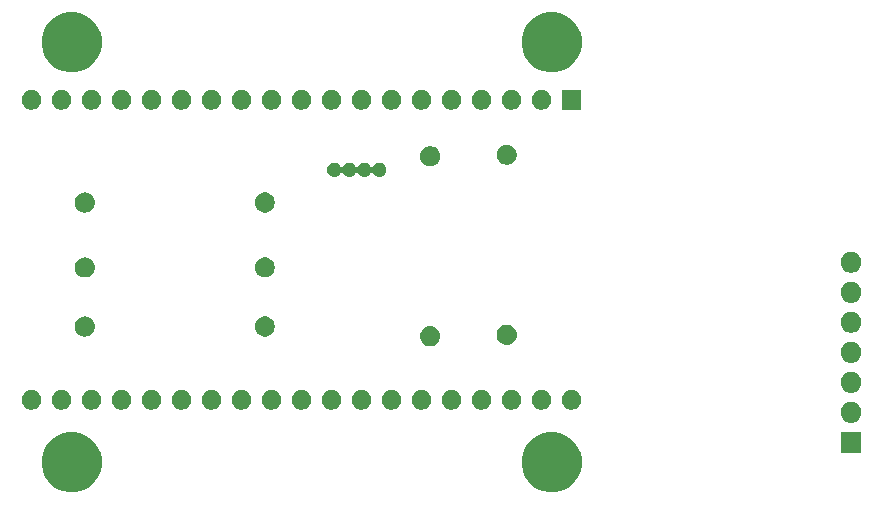
<source format=gbr>
G04 #@! TF.GenerationSoftware,KiCad,Pcbnew,(5.1.0)-1*
G04 #@! TF.CreationDate,2020-10-21T08:33:28+02:00*
G04 #@! TF.ProjectId,phyphox_CO2_Monitor,70687970-686f-4785-9f43-4f325f4d6f6e,rev?*
G04 #@! TF.SameCoordinates,Original*
G04 #@! TF.FileFunction,Soldermask,Top*
G04 #@! TF.FilePolarity,Negative*
%FSLAX46Y46*%
G04 Gerber Fmt 4.6, Leading zero omitted, Abs format (unit mm)*
G04 Created by KiCad (PCBNEW (5.1.0)-1) date 2020-10-21 08:33:28*
%MOMM*%
%LPD*%
G04 APERTURE LIST*
%ADD10C,0.100000*%
G04 APERTURE END LIST*
D10*
G36*
X18828898Y-15530233D02*
G01*
X19293150Y-15722532D01*
X19293152Y-15722533D01*
X19710968Y-16001709D01*
X20066291Y-16357032D01*
X20345467Y-16774848D01*
X20345468Y-16774850D01*
X20537767Y-17239102D01*
X20635800Y-17731947D01*
X20635800Y-18234453D01*
X20537767Y-18727298D01*
X20345468Y-19191550D01*
X20345467Y-19191552D01*
X20066291Y-19609368D01*
X19710968Y-19964691D01*
X19293152Y-20243867D01*
X19293151Y-20243868D01*
X19293150Y-20243868D01*
X18828898Y-20436167D01*
X18336053Y-20534200D01*
X17833547Y-20534200D01*
X17340702Y-20436167D01*
X16876450Y-20243868D01*
X16876449Y-20243868D01*
X16876448Y-20243867D01*
X16458632Y-19964691D01*
X16103309Y-19609368D01*
X15824133Y-19191552D01*
X15824132Y-19191550D01*
X15631833Y-18727298D01*
X15533800Y-18234453D01*
X15533800Y-17731947D01*
X15631833Y-17239102D01*
X15824132Y-16774850D01*
X15824133Y-16774848D01*
X16103309Y-16357032D01*
X16458632Y-16001709D01*
X16876448Y-15722533D01*
X16876450Y-15722532D01*
X17340702Y-15530233D01*
X17833547Y-15432200D01*
X18336053Y-15432200D01*
X18828898Y-15530233D01*
X18828898Y-15530233D01*
G37*
G36*
X-21811102Y-15530233D02*
G01*
X-21346850Y-15722532D01*
X-21346848Y-15722533D01*
X-20929032Y-16001709D01*
X-20573709Y-16357032D01*
X-20294533Y-16774848D01*
X-20294532Y-16774850D01*
X-20102233Y-17239102D01*
X-20004200Y-17731947D01*
X-20004200Y-18234453D01*
X-20102233Y-18727298D01*
X-20294532Y-19191550D01*
X-20294533Y-19191552D01*
X-20573709Y-19609368D01*
X-20929032Y-19964691D01*
X-21346848Y-20243867D01*
X-21346849Y-20243868D01*
X-21346850Y-20243868D01*
X-21811102Y-20436167D01*
X-22303947Y-20534200D01*
X-22806453Y-20534200D01*
X-23299298Y-20436167D01*
X-23763550Y-20243868D01*
X-23763551Y-20243868D01*
X-23763552Y-20243867D01*
X-24181368Y-19964691D01*
X-24536691Y-19609368D01*
X-24815867Y-19191552D01*
X-24815868Y-19191550D01*
X-25008167Y-18727298D01*
X-25106200Y-18234453D01*
X-25106200Y-17731947D01*
X-25008167Y-17239102D01*
X-24815868Y-16774850D01*
X-24815867Y-16774848D01*
X-24536691Y-16357032D01*
X-24181368Y-16001709D01*
X-23763552Y-15722533D01*
X-23763550Y-15722532D01*
X-23299298Y-15530233D01*
X-22806453Y-15432200D01*
X-22303947Y-15432200D01*
X-21811102Y-15530233D01*
X-21811102Y-15530233D01*
G37*
G36*
X44300800Y-17179200D02*
G01*
X42548800Y-17179200D01*
X42548800Y-15427200D01*
X44300800Y-15427200D01*
X44300800Y-17179200D01*
X44300800Y-17179200D01*
G37*
G36*
X43680320Y-12920864D02*
G01*
X43839742Y-12986899D01*
X43983218Y-13082766D01*
X44105234Y-13204782D01*
X44201101Y-13348258D01*
X44267136Y-13507680D01*
X44300800Y-13676921D01*
X44300800Y-13849479D01*
X44267136Y-14018720D01*
X44201101Y-14178142D01*
X44105234Y-14321618D01*
X43983218Y-14443634D01*
X43839742Y-14539501D01*
X43680320Y-14605536D01*
X43595699Y-14622368D01*
X43511080Y-14639200D01*
X43338520Y-14639200D01*
X43253901Y-14622368D01*
X43169280Y-14605536D01*
X43009858Y-14539501D01*
X42866382Y-14443634D01*
X42744366Y-14321618D01*
X42648499Y-14178142D01*
X42582464Y-14018720D01*
X42548800Y-13849479D01*
X42548800Y-13676921D01*
X42582464Y-13507680D01*
X42648499Y-13348258D01*
X42744366Y-13204782D01*
X42866382Y-13082766D01*
X43009858Y-12986899D01*
X43169280Y-12920864D01*
X43338520Y-12887200D01*
X43511080Y-12887200D01*
X43680320Y-12920864D01*
X43680320Y-12920864D01*
G37*
G36*
X-5397606Y-11900934D02*
G01*
X-5246376Y-11963576D01*
X-5246374Y-11963577D01*
X-5110268Y-12054520D01*
X-4994520Y-12170268D01*
X-4903577Y-12306374D01*
X-4903576Y-12306376D01*
X-4840934Y-12457606D01*
X-4809000Y-12618152D01*
X-4809000Y-12781848D01*
X-4840934Y-12942394D01*
X-4903576Y-13093624D01*
X-4903577Y-13093626D01*
X-4994520Y-13229732D01*
X-5110268Y-13345480D01*
X-5246374Y-13436423D01*
X-5246375Y-13436424D01*
X-5246376Y-13436424D01*
X-5397606Y-13499066D01*
X-5558152Y-13531000D01*
X-5721848Y-13531000D01*
X-5882394Y-13499066D01*
X-6033624Y-13436424D01*
X-6033625Y-13436424D01*
X-6033626Y-13436423D01*
X-6169732Y-13345480D01*
X-6285480Y-13229732D01*
X-6376423Y-13093626D01*
X-6376424Y-13093624D01*
X-6439066Y-12942394D01*
X-6471000Y-12781848D01*
X-6471000Y-12618152D01*
X-6439066Y-12457606D01*
X-6376424Y-12306376D01*
X-6376423Y-12306374D01*
X-6285480Y-12170268D01*
X-6169732Y-12054520D01*
X-6033626Y-11963577D01*
X-6033624Y-11963576D01*
X-5882394Y-11900934D01*
X-5721848Y-11869000D01*
X-5558152Y-11869000D01*
X-5397606Y-11900934D01*
X-5397606Y-11900934D01*
G37*
G36*
X4762394Y-11900934D02*
G01*
X4913624Y-11963576D01*
X4913626Y-11963577D01*
X5049732Y-12054520D01*
X5165480Y-12170268D01*
X5256423Y-12306374D01*
X5256424Y-12306376D01*
X5319066Y-12457606D01*
X5351000Y-12618152D01*
X5351000Y-12781848D01*
X5319066Y-12942394D01*
X5256424Y-13093624D01*
X5256423Y-13093626D01*
X5165480Y-13229732D01*
X5049732Y-13345480D01*
X4913626Y-13436423D01*
X4913625Y-13436424D01*
X4913624Y-13436424D01*
X4762394Y-13499066D01*
X4601848Y-13531000D01*
X4438152Y-13531000D01*
X4277606Y-13499066D01*
X4126376Y-13436424D01*
X4126375Y-13436424D01*
X4126374Y-13436423D01*
X3990268Y-13345480D01*
X3874520Y-13229732D01*
X3783577Y-13093626D01*
X3783576Y-13093624D01*
X3720934Y-12942394D01*
X3689000Y-12781848D01*
X3689000Y-12618152D01*
X3720934Y-12457606D01*
X3783576Y-12306376D01*
X3783577Y-12306374D01*
X3874520Y-12170268D01*
X3990268Y-12054520D01*
X4126374Y-11963577D01*
X4126376Y-11963576D01*
X4277606Y-11900934D01*
X4438152Y-11869000D01*
X4601848Y-11869000D01*
X4762394Y-11900934D01*
X4762394Y-11900934D01*
G37*
G36*
X2222394Y-11900934D02*
G01*
X2373624Y-11963576D01*
X2373626Y-11963577D01*
X2509732Y-12054520D01*
X2625480Y-12170268D01*
X2716423Y-12306374D01*
X2716424Y-12306376D01*
X2779066Y-12457606D01*
X2811000Y-12618152D01*
X2811000Y-12781848D01*
X2779066Y-12942394D01*
X2716424Y-13093624D01*
X2716423Y-13093626D01*
X2625480Y-13229732D01*
X2509732Y-13345480D01*
X2373626Y-13436423D01*
X2373625Y-13436424D01*
X2373624Y-13436424D01*
X2222394Y-13499066D01*
X2061848Y-13531000D01*
X1898152Y-13531000D01*
X1737606Y-13499066D01*
X1586376Y-13436424D01*
X1586375Y-13436424D01*
X1586374Y-13436423D01*
X1450268Y-13345480D01*
X1334520Y-13229732D01*
X1243577Y-13093626D01*
X1243576Y-13093624D01*
X1180934Y-12942394D01*
X1149000Y-12781848D01*
X1149000Y-12618152D01*
X1180934Y-12457606D01*
X1243576Y-12306376D01*
X1243577Y-12306374D01*
X1334520Y-12170268D01*
X1450268Y-12054520D01*
X1586374Y-11963577D01*
X1586376Y-11963576D01*
X1737606Y-11900934D01*
X1898152Y-11869000D01*
X2061848Y-11869000D01*
X2222394Y-11900934D01*
X2222394Y-11900934D01*
G37*
G36*
X-317606Y-11900934D02*
G01*
X-166376Y-11963576D01*
X-166374Y-11963577D01*
X-30268Y-12054520D01*
X85480Y-12170268D01*
X176423Y-12306374D01*
X176424Y-12306376D01*
X239066Y-12457606D01*
X271000Y-12618152D01*
X271000Y-12781848D01*
X239066Y-12942394D01*
X176424Y-13093624D01*
X176423Y-13093626D01*
X85480Y-13229732D01*
X-30268Y-13345480D01*
X-166374Y-13436423D01*
X-166375Y-13436424D01*
X-166376Y-13436424D01*
X-317606Y-13499066D01*
X-478152Y-13531000D01*
X-641848Y-13531000D01*
X-802394Y-13499066D01*
X-953624Y-13436424D01*
X-953625Y-13436424D01*
X-953626Y-13436423D01*
X-1089732Y-13345480D01*
X-1205480Y-13229732D01*
X-1296423Y-13093626D01*
X-1296424Y-13093624D01*
X-1359066Y-12942394D01*
X-1391000Y-12781848D01*
X-1391000Y-12618152D01*
X-1359066Y-12457606D01*
X-1296424Y-12306376D01*
X-1296423Y-12306374D01*
X-1205480Y-12170268D01*
X-1089732Y-12054520D01*
X-953626Y-11963577D01*
X-953624Y-11963576D01*
X-802394Y-11900934D01*
X-641848Y-11869000D01*
X-478152Y-11869000D01*
X-317606Y-11900934D01*
X-317606Y-11900934D01*
G37*
G36*
X-2857606Y-11900934D02*
G01*
X-2706376Y-11963576D01*
X-2706374Y-11963577D01*
X-2570268Y-12054520D01*
X-2454520Y-12170268D01*
X-2363577Y-12306374D01*
X-2363576Y-12306376D01*
X-2300934Y-12457606D01*
X-2269000Y-12618152D01*
X-2269000Y-12781848D01*
X-2300934Y-12942394D01*
X-2363576Y-13093624D01*
X-2363577Y-13093626D01*
X-2454520Y-13229732D01*
X-2570268Y-13345480D01*
X-2706374Y-13436423D01*
X-2706375Y-13436424D01*
X-2706376Y-13436424D01*
X-2857606Y-13499066D01*
X-3018152Y-13531000D01*
X-3181848Y-13531000D01*
X-3342394Y-13499066D01*
X-3493624Y-13436424D01*
X-3493625Y-13436424D01*
X-3493626Y-13436423D01*
X-3629732Y-13345480D01*
X-3745480Y-13229732D01*
X-3836423Y-13093626D01*
X-3836424Y-13093624D01*
X-3899066Y-12942394D01*
X-3931000Y-12781848D01*
X-3931000Y-12618152D01*
X-3899066Y-12457606D01*
X-3836424Y-12306376D01*
X-3836423Y-12306374D01*
X-3745480Y-12170268D01*
X-3629732Y-12054520D01*
X-3493626Y-11963577D01*
X-3493624Y-11963576D01*
X-3342394Y-11900934D01*
X-3181848Y-11869000D01*
X-3018152Y-11869000D01*
X-2857606Y-11900934D01*
X-2857606Y-11900934D01*
G37*
G36*
X-7937606Y-11900934D02*
G01*
X-7786376Y-11963576D01*
X-7786374Y-11963577D01*
X-7650268Y-12054520D01*
X-7534520Y-12170268D01*
X-7443577Y-12306374D01*
X-7443576Y-12306376D01*
X-7380934Y-12457606D01*
X-7349000Y-12618152D01*
X-7349000Y-12781848D01*
X-7380934Y-12942394D01*
X-7443576Y-13093624D01*
X-7443577Y-13093626D01*
X-7534520Y-13229732D01*
X-7650268Y-13345480D01*
X-7786374Y-13436423D01*
X-7786375Y-13436424D01*
X-7786376Y-13436424D01*
X-7937606Y-13499066D01*
X-8098152Y-13531000D01*
X-8261848Y-13531000D01*
X-8422394Y-13499066D01*
X-8573624Y-13436424D01*
X-8573625Y-13436424D01*
X-8573626Y-13436423D01*
X-8709732Y-13345480D01*
X-8825480Y-13229732D01*
X-8916423Y-13093626D01*
X-8916424Y-13093624D01*
X-8979066Y-12942394D01*
X-9011000Y-12781848D01*
X-9011000Y-12618152D01*
X-8979066Y-12457606D01*
X-8916424Y-12306376D01*
X-8916423Y-12306374D01*
X-8825480Y-12170268D01*
X-8709732Y-12054520D01*
X-8573626Y-11963577D01*
X-8573624Y-11963576D01*
X-8422394Y-11900934D01*
X-8261848Y-11869000D01*
X-8098152Y-11869000D01*
X-7937606Y-11900934D01*
X-7937606Y-11900934D01*
G37*
G36*
X-10477606Y-11900934D02*
G01*
X-10326376Y-11963576D01*
X-10326374Y-11963577D01*
X-10190268Y-12054520D01*
X-10074520Y-12170268D01*
X-9983577Y-12306374D01*
X-9983576Y-12306376D01*
X-9920934Y-12457606D01*
X-9889000Y-12618152D01*
X-9889000Y-12781848D01*
X-9920934Y-12942394D01*
X-9983576Y-13093624D01*
X-9983577Y-13093626D01*
X-10074520Y-13229732D01*
X-10190268Y-13345480D01*
X-10326374Y-13436423D01*
X-10326375Y-13436424D01*
X-10326376Y-13436424D01*
X-10477606Y-13499066D01*
X-10638152Y-13531000D01*
X-10801848Y-13531000D01*
X-10962394Y-13499066D01*
X-11113624Y-13436424D01*
X-11113625Y-13436424D01*
X-11113626Y-13436423D01*
X-11249732Y-13345480D01*
X-11365480Y-13229732D01*
X-11456423Y-13093626D01*
X-11456424Y-13093624D01*
X-11519066Y-12942394D01*
X-11551000Y-12781848D01*
X-11551000Y-12618152D01*
X-11519066Y-12457606D01*
X-11456424Y-12306376D01*
X-11456423Y-12306374D01*
X-11365480Y-12170268D01*
X-11249732Y-12054520D01*
X-11113626Y-11963577D01*
X-11113624Y-11963576D01*
X-10962394Y-11900934D01*
X-10801848Y-11869000D01*
X-10638152Y-11869000D01*
X-10477606Y-11900934D01*
X-10477606Y-11900934D01*
G37*
G36*
X-13017606Y-11900934D02*
G01*
X-12866376Y-11963576D01*
X-12866374Y-11963577D01*
X-12730268Y-12054520D01*
X-12614520Y-12170268D01*
X-12523577Y-12306374D01*
X-12523576Y-12306376D01*
X-12460934Y-12457606D01*
X-12429000Y-12618152D01*
X-12429000Y-12781848D01*
X-12460934Y-12942394D01*
X-12523576Y-13093624D01*
X-12523577Y-13093626D01*
X-12614520Y-13229732D01*
X-12730268Y-13345480D01*
X-12866374Y-13436423D01*
X-12866375Y-13436424D01*
X-12866376Y-13436424D01*
X-13017606Y-13499066D01*
X-13178152Y-13531000D01*
X-13341848Y-13531000D01*
X-13502394Y-13499066D01*
X-13653624Y-13436424D01*
X-13653625Y-13436424D01*
X-13653626Y-13436423D01*
X-13789732Y-13345480D01*
X-13905480Y-13229732D01*
X-13996423Y-13093626D01*
X-13996424Y-13093624D01*
X-14059066Y-12942394D01*
X-14091000Y-12781848D01*
X-14091000Y-12618152D01*
X-14059066Y-12457606D01*
X-13996424Y-12306376D01*
X-13996423Y-12306374D01*
X-13905480Y-12170268D01*
X-13789732Y-12054520D01*
X-13653626Y-11963577D01*
X-13653624Y-11963576D01*
X-13502394Y-11900934D01*
X-13341848Y-11869000D01*
X-13178152Y-11869000D01*
X-13017606Y-11900934D01*
X-13017606Y-11900934D01*
G37*
G36*
X-15557606Y-11900934D02*
G01*
X-15406376Y-11963576D01*
X-15406374Y-11963577D01*
X-15270268Y-12054520D01*
X-15154520Y-12170268D01*
X-15063577Y-12306374D01*
X-15063576Y-12306376D01*
X-15000934Y-12457606D01*
X-14969000Y-12618152D01*
X-14969000Y-12781848D01*
X-15000934Y-12942394D01*
X-15063576Y-13093624D01*
X-15063577Y-13093626D01*
X-15154520Y-13229732D01*
X-15270268Y-13345480D01*
X-15406374Y-13436423D01*
X-15406375Y-13436424D01*
X-15406376Y-13436424D01*
X-15557606Y-13499066D01*
X-15718152Y-13531000D01*
X-15881848Y-13531000D01*
X-16042394Y-13499066D01*
X-16193624Y-13436424D01*
X-16193625Y-13436424D01*
X-16193626Y-13436423D01*
X-16329732Y-13345480D01*
X-16445480Y-13229732D01*
X-16536423Y-13093626D01*
X-16536424Y-13093624D01*
X-16599066Y-12942394D01*
X-16631000Y-12781848D01*
X-16631000Y-12618152D01*
X-16599066Y-12457606D01*
X-16536424Y-12306376D01*
X-16536423Y-12306374D01*
X-16445480Y-12170268D01*
X-16329732Y-12054520D01*
X-16193626Y-11963577D01*
X-16193624Y-11963576D01*
X-16042394Y-11900934D01*
X-15881848Y-11869000D01*
X-15718152Y-11869000D01*
X-15557606Y-11900934D01*
X-15557606Y-11900934D01*
G37*
G36*
X7302394Y-11900934D02*
G01*
X7453624Y-11963576D01*
X7453626Y-11963577D01*
X7589732Y-12054520D01*
X7705480Y-12170268D01*
X7796423Y-12306374D01*
X7796424Y-12306376D01*
X7859066Y-12457606D01*
X7891000Y-12618152D01*
X7891000Y-12781848D01*
X7859066Y-12942394D01*
X7796424Y-13093624D01*
X7796423Y-13093626D01*
X7705480Y-13229732D01*
X7589732Y-13345480D01*
X7453626Y-13436423D01*
X7453625Y-13436424D01*
X7453624Y-13436424D01*
X7302394Y-13499066D01*
X7141848Y-13531000D01*
X6978152Y-13531000D01*
X6817606Y-13499066D01*
X6666376Y-13436424D01*
X6666375Y-13436424D01*
X6666374Y-13436423D01*
X6530268Y-13345480D01*
X6414520Y-13229732D01*
X6323577Y-13093626D01*
X6323576Y-13093624D01*
X6260934Y-12942394D01*
X6229000Y-12781848D01*
X6229000Y-12618152D01*
X6260934Y-12457606D01*
X6323576Y-12306376D01*
X6323577Y-12306374D01*
X6414520Y-12170268D01*
X6530268Y-12054520D01*
X6666374Y-11963577D01*
X6666376Y-11963576D01*
X6817606Y-11900934D01*
X6978152Y-11869000D01*
X7141848Y-11869000D01*
X7302394Y-11900934D01*
X7302394Y-11900934D01*
G37*
G36*
X-23177606Y-11900934D02*
G01*
X-23026376Y-11963576D01*
X-23026374Y-11963577D01*
X-22890268Y-12054520D01*
X-22774520Y-12170268D01*
X-22683577Y-12306374D01*
X-22683576Y-12306376D01*
X-22620934Y-12457606D01*
X-22589000Y-12618152D01*
X-22589000Y-12781848D01*
X-22620934Y-12942394D01*
X-22683576Y-13093624D01*
X-22683577Y-13093626D01*
X-22774520Y-13229732D01*
X-22890268Y-13345480D01*
X-23026374Y-13436423D01*
X-23026375Y-13436424D01*
X-23026376Y-13436424D01*
X-23177606Y-13499066D01*
X-23338152Y-13531000D01*
X-23501848Y-13531000D01*
X-23662394Y-13499066D01*
X-23813624Y-13436424D01*
X-23813625Y-13436424D01*
X-23813626Y-13436423D01*
X-23949732Y-13345480D01*
X-24065480Y-13229732D01*
X-24156423Y-13093626D01*
X-24156424Y-13093624D01*
X-24219066Y-12942394D01*
X-24251000Y-12781848D01*
X-24251000Y-12618152D01*
X-24219066Y-12457606D01*
X-24156424Y-12306376D01*
X-24156423Y-12306374D01*
X-24065480Y-12170268D01*
X-23949732Y-12054520D01*
X-23813626Y-11963577D01*
X-23813624Y-11963576D01*
X-23662394Y-11900934D01*
X-23501848Y-11869000D01*
X-23338152Y-11869000D01*
X-23177606Y-11900934D01*
X-23177606Y-11900934D01*
G37*
G36*
X-25717606Y-11900934D02*
G01*
X-25566376Y-11963576D01*
X-25566374Y-11963577D01*
X-25430268Y-12054520D01*
X-25314520Y-12170268D01*
X-25223577Y-12306374D01*
X-25223576Y-12306376D01*
X-25160934Y-12457606D01*
X-25129000Y-12618152D01*
X-25129000Y-12781848D01*
X-25160934Y-12942394D01*
X-25223576Y-13093624D01*
X-25223577Y-13093626D01*
X-25314520Y-13229732D01*
X-25430268Y-13345480D01*
X-25566374Y-13436423D01*
X-25566375Y-13436424D01*
X-25566376Y-13436424D01*
X-25717606Y-13499066D01*
X-25878152Y-13531000D01*
X-26041848Y-13531000D01*
X-26202394Y-13499066D01*
X-26353624Y-13436424D01*
X-26353625Y-13436424D01*
X-26353626Y-13436423D01*
X-26489732Y-13345480D01*
X-26605480Y-13229732D01*
X-26696423Y-13093626D01*
X-26696424Y-13093624D01*
X-26759066Y-12942394D01*
X-26791000Y-12781848D01*
X-26791000Y-12618152D01*
X-26759066Y-12457606D01*
X-26696424Y-12306376D01*
X-26696423Y-12306374D01*
X-26605480Y-12170268D01*
X-26489732Y-12054520D01*
X-26353626Y-11963577D01*
X-26353624Y-11963576D01*
X-26202394Y-11900934D01*
X-26041848Y-11869000D01*
X-25878152Y-11869000D01*
X-25717606Y-11900934D01*
X-25717606Y-11900934D01*
G37*
G36*
X12382394Y-11900934D02*
G01*
X12533624Y-11963576D01*
X12533626Y-11963577D01*
X12669732Y-12054520D01*
X12785480Y-12170268D01*
X12876423Y-12306374D01*
X12876424Y-12306376D01*
X12939066Y-12457606D01*
X12971000Y-12618152D01*
X12971000Y-12781848D01*
X12939066Y-12942394D01*
X12876424Y-13093624D01*
X12876423Y-13093626D01*
X12785480Y-13229732D01*
X12669732Y-13345480D01*
X12533626Y-13436423D01*
X12533625Y-13436424D01*
X12533624Y-13436424D01*
X12382394Y-13499066D01*
X12221848Y-13531000D01*
X12058152Y-13531000D01*
X11897606Y-13499066D01*
X11746376Y-13436424D01*
X11746375Y-13436424D01*
X11746374Y-13436423D01*
X11610268Y-13345480D01*
X11494520Y-13229732D01*
X11403577Y-13093626D01*
X11403576Y-13093624D01*
X11340934Y-12942394D01*
X11309000Y-12781848D01*
X11309000Y-12618152D01*
X11340934Y-12457606D01*
X11403576Y-12306376D01*
X11403577Y-12306374D01*
X11494520Y-12170268D01*
X11610268Y-12054520D01*
X11746374Y-11963577D01*
X11746376Y-11963576D01*
X11897606Y-11900934D01*
X12058152Y-11869000D01*
X12221848Y-11869000D01*
X12382394Y-11900934D01*
X12382394Y-11900934D01*
G37*
G36*
X14922394Y-11900934D02*
G01*
X15073624Y-11963576D01*
X15073626Y-11963577D01*
X15209732Y-12054520D01*
X15325480Y-12170268D01*
X15416423Y-12306374D01*
X15416424Y-12306376D01*
X15479066Y-12457606D01*
X15511000Y-12618152D01*
X15511000Y-12781848D01*
X15479066Y-12942394D01*
X15416424Y-13093624D01*
X15416423Y-13093626D01*
X15325480Y-13229732D01*
X15209732Y-13345480D01*
X15073626Y-13436423D01*
X15073625Y-13436424D01*
X15073624Y-13436424D01*
X14922394Y-13499066D01*
X14761848Y-13531000D01*
X14598152Y-13531000D01*
X14437606Y-13499066D01*
X14286376Y-13436424D01*
X14286375Y-13436424D01*
X14286374Y-13436423D01*
X14150268Y-13345480D01*
X14034520Y-13229732D01*
X13943577Y-13093626D01*
X13943576Y-13093624D01*
X13880934Y-12942394D01*
X13849000Y-12781848D01*
X13849000Y-12618152D01*
X13880934Y-12457606D01*
X13943576Y-12306376D01*
X13943577Y-12306374D01*
X14034520Y-12170268D01*
X14150268Y-12054520D01*
X14286374Y-11963577D01*
X14286376Y-11963576D01*
X14437606Y-11900934D01*
X14598152Y-11869000D01*
X14761848Y-11869000D01*
X14922394Y-11900934D01*
X14922394Y-11900934D01*
G37*
G36*
X17462394Y-11900934D02*
G01*
X17613624Y-11963576D01*
X17613626Y-11963577D01*
X17749732Y-12054520D01*
X17865480Y-12170268D01*
X17956423Y-12306374D01*
X17956424Y-12306376D01*
X18019066Y-12457606D01*
X18051000Y-12618152D01*
X18051000Y-12781848D01*
X18019066Y-12942394D01*
X17956424Y-13093624D01*
X17956423Y-13093626D01*
X17865480Y-13229732D01*
X17749732Y-13345480D01*
X17613626Y-13436423D01*
X17613625Y-13436424D01*
X17613624Y-13436424D01*
X17462394Y-13499066D01*
X17301848Y-13531000D01*
X17138152Y-13531000D01*
X16977606Y-13499066D01*
X16826376Y-13436424D01*
X16826375Y-13436424D01*
X16826374Y-13436423D01*
X16690268Y-13345480D01*
X16574520Y-13229732D01*
X16483577Y-13093626D01*
X16483576Y-13093624D01*
X16420934Y-12942394D01*
X16389000Y-12781848D01*
X16389000Y-12618152D01*
X16420934Y-12457606D01*
X16483576Y-12306376D01*
X16483577Y-12306374D01*
X16574520Y-12170268D01*
X16690268Y-12054520D01*
X16826374Y-11963577D01*
X16826376Y-11963576D01*
X16977606Y-11900934D01*
X17138152Y-11869000D01*
X17301848Y-11869000D01*
X17462394Y-11900934D01*
X17462394Y-11900934D01*
G37*
G36*
X20002394Y-11900934D02*
G01*
X20153624Y-11963576D01*
X20153626Y-11963577D01*
X20289732Y-12054520D01*
X20405480Y-12170268D01*
X20496423Y-12306374D01*
X20496424Y-12306376D01*
X20559066Y-12457606D01*
X20591000Y-12618152D01*
X20591000Y-12781848D01*
X20559066Y-12942394D01*
X20496424Y-13093624D01*
X20496423Y-13093626D01*
X20405480Y-13229732D01*
X20289732Y-13345480D01*
X20153626Y-13436423D01*
X20153625Y-13436424D01*
X20153624Y-13436424D01*
X20002394Y-13499066D01*
X19841848Y-13531000D01*
X19678152Y-13531000D01*
X19517606Y-13499066D01*
X19366376Y-13436424D01*
X19366375Y-13436424D01*
X19366374Y-13436423D01*
X19230268Y-13345480D01*
X19114520Y-13229732D01*
X19023577Y-13093626D01*
X19023576Y-13093624D01*
X18960934Y-12942394D01*
X18929000Y-12781848D01*
X18929000Y-12618152D01*
X18960934Y-12457606D01*
X19023576Y-12306376D01*
X19023577Y-12306374D01*
X19114520Y-12170268D01*
X19230268Y-12054520D01*
X19366374Y-11963577D01*
X19366376Y-11963576D01*
X19517606Y-11900934D01*
X19678152Y-11869000D01*
X19841848Y-11869000D01*
X20002394Y-11900934D01*
X20002394Y-11900934D01*
G37*
G36*
X9842394Y-11900934D02*
G01*
X9993624Y-11963576D01*
X9993626Y-11963577D01*
X10129732Y-12054520D01*
X10245480Y-12170268D01*
X10336423Y-12306374D01*
X10336424Y-12306376D01*
X10399066Y-12457606D01*
X10431000Y-12618152D01*
X10431000Y-12781848D01*
X10399066Y-12942394D01*
X10336424Y-13093624D01*
X10336423Y-13093626D01*
X10245480Y-13229732D01*
X10129732Y-13345480D01*
X9993626Y-13436423D01*
X9993625Y-13436424D01*
X9993624Y-13436424D01*
X9842394Y-13499066D01*
X9681848Y-13531000D01*
X9518152Y-13531000D01*
X9357606Y-13499066D01*
X9206376Y-13436424D01*
X9206375Y-13436424D01*
X9206374Y-13436423D01*
X9070268Y-13345480D01*
X8954520Y-13229732D01*
X8863577Y-13093626D01*
X8863576Y-13093624D01*
X8800934Y-12942394D01*
X8769000Y-12781848D01*
X8769000Y-12618152D01*
X8800934Y-12457606D01*
X8863576Y-12306376D01*
X8863577Y-12306374D01*
X8954520Y-12170268D01*
X9070268Y-12054520D01*
X9206374Y-11963577D01*
X9206376Y-11963576D01*
X9357606Y-11900934D01*
X9518152Y-11869000D01*
X9681848Y-11869000D01*
X9842394Y-11900934D01*
X9842394Y-11900934D01*
G37*
G36*
X-20637606Y-11900934D02*
G01*
X-20486376Y-11963576D01*
X-20486374Y-11963577D01*
X-20350268Y-12054520D01*
X-20234520Y-12170268D01*
X-20143577Y-12306374D01*
X-20143576Y-12306376D01*
X-20080934Y-12457606D01*
X-20049000Y-12618152D01*
X-20049000Y-12781848D01*
X-20080934Y-12942394D01*
X-20143576Y-13093624D01*
X-20143577Y-13093626D01*
X-20234520Y-13229732D01*
X-20350268Y-13345480D01*
X-20486374Y-13436423D01*
X-20486375Y-13436424D01*
X-20486376Y-13436424D01*
X-20637606Y-13499066D01*
X-20798152Y-13531000D01*
X-20961848Y-13531000D01*
X-21122394Y-13499066D01*
X-21273624Y-13436424D01*
X-21273625Y-13436424D01*
X-21273626Y-13436423D01*
X-21409732Y-13345480D01*
X-21525480Y-13229732D01*
X-21616423Y-13093626D01*
X-21616424Y-13093624D01*
X-21679066Y-12942394D01*
X-21711000Y-12781848D01*
X-21711000Y-12618152D01*
X-21679066Y-12457606D01*
X-21616424Y-12306376D01*
X-21616423Y-12306374D01*
X-21525480Y-12170268D01*
X-21409732Y-12054520D01*
X-21273626Y-11963577D01*
X-21273624Y-11963576D01*
X-21122394Y-11900934D01*
X-20961848Y-11869000D01*
X-20798152Y-11869000D01*
X-20637606Y-11900934D01*
X-20637606Y-11900934D01*
G37*
G36*
X-18097606Y-11900934D02*
G01*
X-17946376Y-11963576D01*
X-17946374Y-11963577D01*
X-17810268Y-12054520D01*
X-17694520Y-12170268D01*
X-17603577Y-12306374D01*
X-17603576Y-12306376D01*
X-17540934Y-12457606D01*
X-17509000Y-12618152D01*
X-17509000Y-12781848D01*
X-17540934Y-12942394D01*
X-17603576Y-13093624D01*
X-17603577Y-13093626D01*
X-17694520Y-13229732D01*
X-17810268Y-13345480D01*
X-17946374Y-13436423D01*
X-17946375Y-13436424D01*
X-17946376Y-13436424D01*
X-18097606Y-13499066D01*
X-18258152Y-13531000D01*
X-18421848Y-13531000D01*
X-18582394Y-13499066D01*
X-18733624Y-13436424D01*
X-18733625Y-13436424D01*
X-18733626Y-13436423D01*
X-18869732Y-13345480D01*
X-18985480Y-13229732D01*
X-19076423Y-13093626D01*
X-19076424Y-13093624D01*
X-19139066Y-12942394D01*
X-19171000Y-12781848D01*
X-19171000Y-12618152D01*
X-19139066Y-12457606D01*
X-19076424Y-12306376D01*
X-19076423Y-12306374D01*
X-18985480Y-12170268D01*
X-18869732Y-12054520D01*
X-18733626Y-11963577D01*
X-18733624Y-11963576D01*
X-18582394Y-11900934D01*
X-18421848Y-11869000D01*
X-18258152Y-11869000D01*
X-18097606Y-11900934D01*
X-18097606Y-11900934D01*
G37*
G36*
X43680320Y-10380864D02*
G01*
X43839742Y-10446899D01*
X43983218Y-10542766D01*
X44105234Y-10664782D01*
X44201101Y-10808258D01*
X44267136Y-10967680D01*
X44300800Y-11136921D01*
X44300800Y-11309479D01*
X44267136Y-11478720D01*
X44201101Y-11638142D01*
X44105234Y-11781618D01*
X43983218Y-11903634D01*
X43839742Y-11999501D01*
X43680320Y-12065536D01*
X43595699Y-12082368D01*
X43511080Y-12099200D01*
X43338520Y-12099200D01*
X43253901Y-12082368D01*
X43169280Y-12065536D01*
X43009858Y-11999501D01*
X42866382Y-11903634D01*
X42744366Y-11781618D01*
X42648499Y-11638142D01*
X42582464Y-11478720D01*
X42548800Y-11309479D01*
X42548800Y-11136921D01*
X42582464Y-10967680D01*
X42648499Y-10808258D01*
X42744366Y-10664782D01*
X42866382Y-10542766D01*
X43009858Y-10446899D01*
X43169280Y-10380864D01*
X43338520Y-10347200D01*
X43511080Y-10347200D01*
X43680320Y-10380864D01*
X43680320Y-10380864D01*
G37*
G36*
X43680320Y-7840864D02*
G01*
X43839742Y-7906899D01*
X43983218Y-8002766D01*
X44105234Y-8124782D01*
X44201101Y-8268258D01*
X44267136Y-8427680D01*
X44300800Y-8596921D01*
X44300800Y-8769479D01*
X44267136Y-8938720D01*
X44201101Y-9098142D01*
X44105234Y-9241618D01*
X43983218Y-9363634D01*
X43839742Y-9459501D01*
X43680320Y-9525536D01*
X43595699Y-9542368D01*
X43511080Y-9559200D01*
X43338520Y-9559200D01*
X43253901Y-9542368D01*
X43169280Y-9525536D01*
X43009858Y-9459501D01*
X42866382Y-9363634D01*
X42744366Y-9241618D01*
X42648499Y-9098142D01*
X42582464Y-8938720D01*
X42548800Y-8769479D01*
X42548800Y-8596921D01*
X42582464Y-8427680D01*
X42648499Y-8268258D01*
X42744366Y-8124782D01*
X42866382Y-8002766D01*
X43009858Y-7906899D01*
X43169280Y-7840864D01*
X43338520Y-7807200D01*
X43511080Y-7807200D01*
X43680320Y-7840864D01*
X43680320Y-7840864D01*
G37*
G36*
X7964623Y-6478713D02*
G01*
X8125042Y-6527376D01*
X8211923Y-6573815D01*
X8272878Y-6606396D01*
X8402459Y-6712741D01*
X8508804Y-6842322D01*
X8508805Y-6842324D01*
X8587824Y-6990158D01*
X8636487Y-7150577D01*
X8652917Y-7317400D01*
X8636487Y-7484223D01*
X8587824Y-7644642D01*
X8516914Y-7777306D01*
X8508804Y-7792478D01*
X8402459Y-7922059D01*
X8272878Y-8028404D01*
X8272876Y-8028405D01*
X8125042Y-8107424D01*
X7964623Y-8156087D01*
X7839604Y-8168400D01*
X7755996Y-8168400D01*
X7630977Y-8156087D01*
X7470558Y-8107424D01*
X7322724Y-8028405D01*
X7322722Y-8028404D01*
X7193141Y-7922059D01*
X7086796Y-7792478D01*
X7078686Y-7777306D01*
X7007776Y-7644642D01*
X6959113Y-7484223D01*
X6942683Y-7317400D01*
X6959113Y-7150577D01*
X7007776Y-6990158D01*
X7086795Y-6842324D01*
X7086796Y-6842322D01*
X7193141Y-6712741D01*
X7322722Y-6606396D01*
X7383677Y-6573815D01*
X7470558Y-6527376D01*
X7630977Y-6478713D01*
X7755996Y-6466400D01*
X7839604Y-6466400D01*
X7964623Y-6478713D01*
X7964623Y-6478713D01*
G37*
G36*
X14441623Y-6349513D02*
G01*
X14602042Y-6398176D01*
X14729680Y-6466400D01*
X14749878Y-6477196D01*
X14879459Y-6583541D01*
X14985804Y-6713122D01*
X14985805Y-6713124D01*
X15064824Y-6860958D01*
X15113487Y-7021377D01*
X15129917Y-7188200D01*
X15113487Y-7355023D01*
X15064824Y-7515442D01*
X14995767Y-7644639D01*
X14985804Y-7663278D01*
X14879459Y-7792859D01*
X14749878Y-7899204D01*
X14749876Y-7899205D01*
X14602042Y-7978224D01*
X14441623Y-8026887D01*
X14316604Y-8039200D01*
X14232996Y-8039200D01*
X14107977Y-8026887D01*
X13947558Y-7978224D01*
X13799724Y-7899205D01*
X13799722Y-7899204D01*
X13670141Y-7792859D01*
X13563796Y-7663278D01*
X13553833Y-7644639D01*
X13484776Y-7515442D01*
X13436113Y-7355023D01*
X13419683Y-7188200D01*
X13436113Y-7021377D01*
X13484776Y-6860958D01*
X13563795Y-6713124D01*
X13563796Y-6713122D01*
X13670141Y-6583541D01*
X13799722Y-6477196D01*
X13819920Y-6466400D01*
X13947558Y-6398176D01*
X14107977Y-6349513D01*
X14232996Y-6337200D01*
X14316604Y-6337200D01*
X14441623Y-6349513D01*
X14441623Y-6349513D01*
G37*
G36*
X-5951772Y-5671703D02*
G01*
X-5796900Y-5735853D01*
X-5657519Y-5828985D01*
X-5538985Y-5947519D01*
X-5445853Y-6086900D01*
X-5381703Y-6241772D01*
X-5349000Y-6406184D01*
X-5349000Y-6573816D01*
X-5381703Y-6738228D01*
X-5445853Y-6893100D01*
X-5538985Y-7032481D01*
X-5657519Y-7151015D01*
X-5796900Y-7244147D01*
X-5951772Y-7308297D01*
X-6116184Y-7341000D01*
X-6283816Y-7341000D01*
X-6448228Y-7308297D01*
X-6603100Y-7244147D01*
X-6742481Y-7151015D01*
X-6861015Y-7032481D01*
X-6954147Y-6893100D01*
X-7018297Y-6738228D01*
X-7051000Y-6573816D01*
X-7051000Y-6406184D01*
X-7018297Y-6241772D01*
X-6954147Y-6086900D01*
X-6861015Y-5947519D01*
X-6742481Y-5828985D01*
X-6603100Y-5735853D01*
X-6448228Y-5671703D01*
X-6283816Y-5639000D01*
X-6116184Y-5639000D01*
X-5951772Y-5671703D01*
X-5951772Y-5671703D01*
G37*
G36*
X-21273177Y-5651313D02*
G01*
X-21112758Y-5699976D01*
X-21045639Y-5735852D01*
X-20964922Y-5778996D01*
X-20835341Y-5885341D01*
X-20728996Y-6014922D01*
X-20728995Y-6014924D01*
X-20649976Y-6162758D01*
X-20601313Y-6323177D01*
X-20584883Y-6490000D01*
X-20601313Y-6656823D01*
X-20649976Y-6817242D01*
X-20690523Y-6893100D01*
X-20728996Y-6965078D01*
X-20835341Y-7094659D01*
X-20964922Y-7201004D01*
X-20964924Y-7201005D01*
X-21112758Y-7280024D01*
X-21273177Y-7328687D01*
X-21398196Y-7341000D01*
X-21481804Y-7341000D01*
X-21606823Y-7328687D01*
X-21767242Y-7280024D01*
X-21915076Y-7201005D01*
X-21915078Y-7201004D01*
X-22044659Y-7094659D01*
X-22151004Y-6965078D01*
X-22189477Y-6893100D01*
X-22230024Y-6817242D01*
X-22278687Y-6656823D01*
X-22295117Y-6490000D01*
X-22278687Y-6323177D01*
X-22230024Y-6162758D01*
X-22151005Y-6014924D01*
X-22151004Y-6014922D01*
X-22044659Y-5885341D01*
X-21915078Y-5778996D01*
X-21834361Y-5735852D01*
X-21767242Y-5699976D01*
X-21606823Y-5651313D01*
X-21481804Y-5639000D01*
X-21398196Y-5639000D01*
X-21273177Y-5651313D01*
X-21273177Y-5651313D01*
G37*
G36*
X43680320Y-5300864D02*
G01*
X43839742Y-5366899D01*
X43983218Y-5462766D01*
X44105234Y-5584782D01*
X44201101Y-5728258D01*
X44267136Y-5887680D01*
X44300800Y-6056921D01*
X44300800Y-6229479D01*
X44267136Y-6398720D01*
X44201101Y-6558142D01*
X44105234Y-6701618D01*
X43983218Y-6823634D01*
X43839742Y-6919501D01*
X43680320Y-6985536D01*
X43657068Y-6990161D01*
X43511080Y-7019200D01*
X43338520Y-7019200D01*
X43192532Y-6990161D01*
X43169280Y-6985536D01*
X43009858Y-6919501D01*
X42866382Y-6823634D01*
X42744366Y-6701618D01*
X42648499Y-6558142D01*
X42582464Y-6398720D01*
X42548800Y-6229479D01*
X42548800Y-6056921D01*
X42582464Y-5887680D01*
X42648499Y-5728258D01*
X42744366Y-5584782D01*
X42866382Y-5462766D01*
X43009858Y-5366899D01*
X43169280Y-5300864D01*
X43338520Y-5267200D01*
X43511080Y-5267200D01*
X43680320Y-5300864D01*
X43680320Y-5300864D01*
G37*
G36*
X43595699Y-2744032D02*
G01*
X43680320Y-2760864D01*
X43839742Y-2826899D01*
X43983218Y-2922766D01*
X44105234Y-3044782D01*
X44201101Y-3188258D01*
X44267136Y-3347680D01*
X44300800Y-3516921D01*
X44300800Y-3689479D01*
X44267136Y-3858720D01*
X44201101Y-4018142D01*
X44105234Y-4161618D01*
X43983218Y-4283634D01*
X43839742Y-4379501D01*
X43680320Y-4445536D01*
X43595699Y-4462368D01*
X43511080Y-4479200D01*
X43338520Y-4479200D01*
X43253901Y-4462368D01*
X43169280Y-4445536D01*
X43009858Y-4379501D01*
X42866382Y-4283634D01*
X42744366Y-4161618D01*
X42648499Y-4018142D01*
X42582464Y-3858720D01*
X42548800Y-3689479D01*
X42548800Y-3516921D01*
X42582464Y-3347680D01*
X42648499Y-3188258D01*
X42744366Y-3044782D01*
X42866382Y-2922766D01*
X43009858Y-2826899D01*
X43169280Y-2760864D01*
X43253901Y-2744032D01*
X43338520Y-2727200D01*
X43511080Y-2727200D01*
X43595699Y-2744032D01*
X43595699Y-2744032D01*
G37*
G36*
X-21273177Y-651313D02*
G01*
X-21112758Y-699976D01*
X-21045639Y-735852D01*
X-20964922Y-778996D01*
X-20835341Y-885341D01*
X-20728996Y-1014922D01*
X-20728995Y-1014924D01*
X-20649976Y-1162758D01*
X-20601313Y-1323177D01*
X-20584883Y-1490000D01*
X-20601313Y-1656823D01*
X-20649976Y-1817242D01*
X-20690523Y-1893100D01*
X-20728996Y-1965078D01*
X-20835341Y-2094659D01*
X-20964922Y-2201004D01*
X-20964924Y-2201005D01*
X-21112758Y-2280024D01*
X-21273177Y-2328687D01*
X-21398196Y-2341000D01*
X-21481804Y-2341000D01*
X-21606823Y-2328687D01*
X-21767242Y-2280024D01*
X-21915076Y-2201005D01*
X-21915078Y-2201004D01*
X-22044659Y-2094659D01*
X-22151004Y-1965078D01*
X-22189477Y-1893100D01*
X-22230024Y-1817242D01*
X-22278687Y-1656823D01*
X-22295117Y-1490000D01*
X-22278687Y-1323177D01*
X-22230024Y-1162758D01*
X-22151005Y-1014924D01*
X-22151004Y-1014922D01*
X-22044659Y-885341D01*
X-21915078Y-778996D01*
X-21834361Y-735852D01*
X-21767242Y-699976D01*
X-21606823Y-651313D01*
X-21481804Y-639000D01*
X-21398196Y-639000D01*
X-21273177Y-651313D01*
X-21273177Y-651313D01*
G37*
G36*
X-5951772Y-671703D02*
G01*
X-5796900Y-735853D01*
X-5657519Y-828985D01*
X-5538985Y-947519D01*
X-5445853Y-1086900D01*
X-5381703Y-1241772D01*
X-5349000Y-1406184D01*
X-5349000Y-1573816D01*
X-5381703Y-1738228D01*
X-5445853Y-1893100D01*
X-5538985Y-2032481D01*
X-5657519Y-2151015D01*
X-5796900Y-2244147D01*
X-5951772Y-2308297D01*
X-6116184Y-2341000D01*
X-6283816Y-2341000D01*
X-6448228Y-2308297D01*
X-6603100Y-2244147D01*
X-6742481Y-2151015D01*
X-6861015Y-2032481D01*
X-6954147Y-1893100D01*
X-7018297Y-1738228D01*
X-7051000Y-1573816D01*
X-7051000Y-1406184D01*
X-7018297Y-1241772D01*
X-6954147Y-1086900D01*
X-6861015Y-947519D01*
X-6742481Y-828985D01*
X-6603100Y-735853D01*
X-6448228Y-671703D01*
X-6283816Y-639000D01*
X-6116184Y-639000D01*
X-5951772Y-671703D01*
X-5951772Y-671703D01*
G37*
G36*
X43680320Y-220864D02*
G01*
X43839742Y-286899D01*
X43983218Y-382766D01*
X44105234Y-504782D01*
X44201101Y-648258D01*
X44267136Y-807680D01*
X44300800Y-976921D01*
X44300800Y-1149479D01*
X44267136Y-1318720D01*
X44201101Y-1478142D01*
X44105234Y-1621618D01*
X43983218Y-1743634D01*
X43839742Y-1839501D01*
X43680320Y-1905536D01*
X43511080Y-1939200D01*
X43338520Y-1939200D01*
X43169280Y-1905536D01*
X43009858Y-1839501D01*
X42866382Y-1743634D01*
X42744366Y-1621618D01*
X42648499Y-1478142D01*
X42582464Y-1318720D01*
X42548800Y-1149479D01*
X42548800Y-976921D01*
X42582464Y-807680D01*
X42648499Y-648258D01*
X42744366Y-504782D01*
X42866382Y-382766D01*
X43009858Y-286899D01*
X43169280Y-220864D01*
X43338520Y-187200D01*
X43511080Y-187200D01*
X43680320Y-220864D01*
X43680320Y-220864D01*
G37*
G36*
X-5951772Y4828297D02*
G01*
X-5796900Y4764147D01*
X-5657519Y4671015D01*
X-5538985Y4552481D01*
X-5445853Y4413100D01*
X-5381703Y4258228D01*
X-5349000Y4093816D01*
X-5349000Y3926184D01*
X-5381703Y3761772D01*
X-5445853Y3606900D01*
X-5538985Y3467519D01*
X-5657519Y3348985D01*
X-5796900Y3255853D01*
X-5951772Y3191703D01*
X-6116184Y3159000D01*
X-6283816Y3159000D01*
X-6448228Y3191703D01*
X-6603100Y3255853D01*
X-6742481Y3348985D01*
X-6861015Y3467519D01*
X-6954147Y3606900D01*
X-7018297Y3761772D01*
X-7051000Y3926184D01*
X-7051000Y4093816D01*
X-7018297Y4258228D01*
X-6954147Y4413100D01*
X-6861015Y4552481D01*
X-6742481Y4671015D01*
X-6603100Y4764147D01*
X-6448228Y4828297D01*
X-6283816Y4861000D01*
X-6116184Y4861000D01*
X-5951772Y4828297D01*
X-5951772Y4828297D01*
G37*
G36*
X-21273177Y4848687D02*
G01*
X-21112758Y4800024D01*
X-21045639Y4764148D01*
X-20964922Y4721004D01*
X-20835341Y4614659D01*
X-20728996Y4485078D01*
X-20728995Y4485076D01*
X-20649976Y4337242D01*
X-20601313Y4176823D01*
X-20584883Y4010000D01*
X-20601313Y3843177D01*
X-20649976Y3682758D01*
X-20690523Y3606900D01*
X-20728996Y3534922D01*
X-20835341Y3405341D01*
X-20964922Y3298996D01*
X-20964924Y3298995D01*
X-21112758Y3219976D01*
X-21273177Y3171313D01*
X-21398196Y3159000D01*
X-21481804Y3159000D01*
X-21606823Y3171313D01*
X-21767242Y3219976D01*
X-21915076Y3298995D01*
X-21915078Y3298996D01*
X-22044659Y3405341D01*
X-22151004Y3534922D01*
X-22189477Y3606900D01*
X-22230024Y3682758D01*
X-22278687Y3843177D01*
X-22295117Y4010000D01*
X-22278687Y4176823D01*
X-22230024Y4337242D01*
X-22151005Y4485076D01*
X-22151004Y4485078D01*
X-22044659Y4614659D01*
X-21915078Y4721004D01*
X-21834361Y4764148D01*
X-21767242Y4800024D01*
X-21606823Y4848687D01*
X-21481804Y4861000D01*
X-21398196Y4861000D01*
X-21273177Y4848687D01*
X-21273177Y4848687D01*
G37*
G36*
X-193599Y7367403D02*
G01*
X-154895Y7359704D01*
X-122860Y7346435D01*
X-45520Y7314400D01*
X52915Y7248627D01*
X136628Y7164914D01*
X200867Y7068774D01*
X216413Y7049832D01*
X235355Y7034287D01*
X256965Y7022736D01*
X280414Y7015623D01*
X304800Y7013221D01*
X329186Y7015623D01*
X352635Y7022736D01*
X374246Y7034287D01*
X393188Y7049833D01*
X408733Y7068774D01*
X472972Y7164914D01*
X556685Y7248627D01*
X655120Y7314400D01*
X732460Y7346435D01*
X764495Y7359704D01*
X803199Y7367403D01*
X880605Y7382800D01*
X998995Y7382800D01*
X1076401Y7367403D01*
X1115105Y7359704D01*
X1147140Y7346435D01*
X1224480Y7314400D01*
X1322915Y7248627D01*
X1406628Y7164914D01*
X1470867Y7068774D01*
X1486413Y7049832D01*
X1505355Y7034287D01*
X1526965Y7022736D01*
X1550414Y7015623D01*
X1574800Y7013221D01*
X1599186Y7015623D01*
X1622635Y7022736D01*
X1644246Y7034287D01*
X1663188Y7049833D01*
X1678733Y7068774D01*
X1742972Y7164914D01*
X1826685Y7248627D01*
X1925120Y7314400D01*
X2002460Y7346435D01*
X2034495Y7359704D01*
X2073199Y7367403D01*
X2150605Y7382800D01*
X2268995Y7382800D01*
X2346401Y7367403D01*
X2385105Y7359704D01*
X2417140Y7346435D01*
X2494480Y7314400D01*
X2592915Y7248627D01*
X2676628Y7164914D01*
X2740867Y7068774D01*
X2756413Y7049832D01*
X2775355Y7034287D01*
X2796965Y7022736D01*
X2820414Y7015623D01*
X2844800Y7013221D01*
X2869186Y7015623D01*
X2892635Y7022736D01*
X2914246Y7034287D01*
X2933188Y7049833D01*
X2948733Y7068774D01*
X3012972Y7164914D01*
X3096685Y7248627D01*
X3195120Y7314400D01*
X3272460Y7346435D01*
X3304495Y7359704D01*
X3343199Y7367403D01*
X3420605Y7382800D01*
X3538995Y7382800D01*
X3616401Y7367403D01*
X3655105Y7359704D01*
X3687140Y7346435D01*
X3764480Y7314400D01*
X3862915Y7248627D01*
X3946627Y7164915D01*
X4012400Y7066480D01*
X4057704Y6957104D01*
X4080800Y6840995D01*
X4080800Y6722605D01*
X4057704Y6606496D01*
X4012400Y6497120D01*
X3946627Y6398685D01*
X3862915Y6314973D01*
X3764480Y6249200D01*
X3687140Y6217165D01*
X3655105Y6203896D01*
X3616401Y6196197D01*
X3538995Y6180800D01*
X3420605Y6180800D01*
X3343199Y6196197D01*
X3304495Y6203896D01*
X3272460Y6217165D01*
X3195120Y6249200D01*
X3096685Y6314973D01*
X3012972Y6398686D01*
X2948733Y6494826D01*
X2933187Y6513768D01*
X2914245Y6529313D01*
X2892635Y6540864D01*
X2869186Y6547977D01*
X2844800Y6550379D01*
X2820414Y6547977D01*
X2796965Y6540864D01*
X2775354Y6529313D01*
X2756412Y6513767D01*
X2740867Y6494826D01*
X2676628Y6398686D01*
X2592915Y6314973D01*
X2494480Y6249200D01*
X2417140Y6217165D01*
X2385105Y6203896D01*
X2346401Y6196197D01*
X2268995Y6180800D01*
X2150605Y6180800D01*
X2073199Y6196197D01*
X2034495Y6203896D01*
X2002460Y6217165D01*
X1925120Y6249200D01*
X1826685Y6314973D01*
X1742972Y6398686D01*
X1678733Y6494826D01*
X1663187Y6513768D01*
X1644245Y6529313D01*
X1622635Y6540864D01*
X1599186Y6547977D01*
X1574800Y6550379D01*
X1550414Y6547977D01*
X1526965Y6540864D01*
X1505354Y6529313D01*
X1486412Y6513767D01*
X1470867Y6494826D01*
X1406628Y6398686D01*
X1322915Y6314973D01*
X1224480Y6249200D01*
X1147140Y6217165D01*
X1115105Y6203896D01*
X1076401Y6196197D01*
X998995Y6180800D01*
X880605Y6180800D01*
X803199Y6196197D01*
X764495Y6203896D01*
X732460Y6217165D01*
X655120Y6249200D01*
X556685Y6314973D01*
X472972Y6398686D01*
X408733Y6494826D01*
X393187Y6513768D01*
X374245Y6529313D01*
X352635Y6540864D01*
X329186Y6547977D01*
X304800Y6550379D01*
X280414Y6547977D01*
X256965Y6540864D01*
X235354Y6529313D01*
X216412Y6513767D01*
X200867Y6494826D01*
X136628Y6398686D01*
X52915Y6314973D01*
X-45520Y6249200D01*
X-122860Y6217165D01*
X-154895Y6203896D01*
X-193599Y6196197D01*
X-271005Y6180800D01*
X-389395Y6180800D01*
X-466801Y6196197D01*
X-505505Y6203896D01*
X-537540Y6217165D01*
X-614880Y6249200D01*
X-713315Y6314973D01*
X-797027Y6398685D01*
X-862800Y6497120D01*
X-908104Y6606496D01*
X-931200Y6722605D01*
X-931200Y6840995D01*
X-908104Y6957104D01*
X-862800Y7066480D01*
X-797027Y7164915D01*
X-713315Y7248627D01*
X-614880Y7314400D01*
X-537540Y7346435D01*
X-505505Y7359704D01*
X-466801Y7367403D01*
X-389395Y7382800D01*
X-271005Y7382800D01*
X-193599Y7367403D01*
X-193599Y7367403D01*
G37*
G36*
X8046028Y8740897D02*
G01*
X8200900Y8676747D01*
X8340281Y8583615D01*
X8458815Y8465081D01*
X8551947Y8325700D01*
X8616097Y8170828D01*
X8648800Y8006416D01*
X8648800Y7838784D01*
X8616097Y7674372D01*
X8551947Y7519500D01*
X8458815Y7380119D01*
X8340281Y7261585D01*
X8200900Y7168453D01*
X8046028Y7104303D01*
X7881616Y7071600D01*
X7713984Y7071600D01*
X7549572Y7104303D01*
X7394700Y7168453D01*
X7255319Y7261585D01*
X7136785Y7380119D01*
X7043653Y7519500D01*
X6979503Y7674372D01*
X6946800Y7838784D01*
X6946800Y8006416D01*
X6979503Y8170828D01*
X7043653Y8325700D01*
X7136785Y8465081D01*
X7255319Y8583615D01*
X7394700Y8676747D01*
X7549572Y8740897D01*
X7713984Y8773600D01*
X7881616Y8773600D01*
X8046028Y8740897D01*
X8046028Y8740897D01*
G37*
G36*
X14523028Y8870097D02*
G01*
X14677900Y8805947D01*
X14817281Y8712815D01*
X14935815Y8594281D01*
X15028947Y8454900D01*
X15093097Y8300028D01*
X15125800Y8135616D01*
X15125800Y7967984D01*
X15093097Y7803572D01*
X15028947Y7648700D01*
X14935815Y7509319D01*
X14817281Y7390785D01*
X14677900Y7297653D01*
X14523028Y7233503D01*
X14358616Y7200800D01*
X14190984Y7200800D01*
X14026572Y7233503D01*
X13871700Y7297653D01*
X13732319Y7390785D01*
X13613785Y7509319D01*
X13520653Y7648700D01*
X13456503Y7803572D01*
X13423800Y7967984D01*
X13423800Y8135616D01*
X13456503Y8300028D01*
X13520653Y8454900D01*
X13613785Y8594281D01*
X13732319Y8712815D01*
X13871700Y8805947D01*
X14026572Y8870097D01*
X14190984Y8902800D01*
X14358616Y8902800D01*
X14523028Y8870097D01*
X14523028Y8870097D01*
G37*
G36*
X-25717606Y13499066D02*
G01*
X-25566376Y13436424D01*
X-25566374Y13436423D01*
X-25430268Y13345480D01*
X-25314520Y13229732D01*
X-25223577Y13093626D01*
X-25223576Y13093624D01*
X-25160934Y12942394D01*
X-25129000Y12781848D01*
X-25129000Y12618152D01*
X-25160934Y12457606D01*
X-25223576Y12306376D01*
X-25223577Y12306374D01*
X-25314520Y12170268D01*
X-25430268Y12054520D01*
X-25566374Y11963577D01*
X-25566375Y11963576D01*
X-25566376Y11963576D01*
X-25717606Y11900934D01*
X-25878152Y11869000D01*
X-26041848Y11869000D01*
X-26202394Y11900934D01*
X-26353624Y11963576D01*
X-26353625Y11963576D01*
X-26353626Y11963577D01*
X-26489732Y12054520D01*
X-26605480Y12170268D01*
X-26696423Y12306374D01*
X-26696424Y12306376D01*
X-26759066Y12457606D01*
X-26791000Y12618152D01*
X-26791000Y12781848D01*
X-26759066Y12942394D01*
X-26696424Y13093624D01*
X-26696423Y13093626D01*
X-26605480Y13229732D01*
X-26489732Y13345480D01*
X-26353626Y13436423D01*
X-26353624Y13436424D01*
X-26202394Y13499066D01*
X-26041848Y13531000D01*
X-25878152Y13531000D01*
X-25717606Y13499066D01*
X-25717606Y13499066D01*
G37*
G36*
X14922394Y13499066D02*
G01*
X15073624Y13436424D01*
X15073626Y13436423D01*
X15209732Y13345480D01*
X15325480Y13229732D01*
X15416423Y13093626D01*
X15416424Y13093624D01*
X15479066Y12942394D01*
X15511000Y12781848D01*
X15511000Y12618152D01*
X15479066Y12457606D01*
X15416424Y12306376D01*
X15416423Y12306374D01*
X15325480Y12170268D01*
X15209732Y12054520D01*
X15073626Y11963577D01*
X15073625Y11963576D01*
X15073624Y11963576D01*
X14922394Y11900934D01*
X14761848Y11869000D01*
X14598152Y11869000D01*
X14437606Y11900934D01*
X14286376Y11963576D01*
X14286375Y11963576D01*
X14286374Y11963577D01*
X14150268Y12054520D01*
X14034520Y12170268D01*
X13943577Y12306374D01*
X13943576Y12306376D01*
X13880934Y12457606D01*
X13849000Y12618152D01*
X13849000Y12781848D01*
X13880934Y12942394D01*
X13943576Y13093624D01*
X13943577Y13093626D01*
X14034520Y13229732D01*
X14150268Y13345480D01*
X14286374Y13436423D01*
X14286376Y13436424D01*
X14437606Y13499066D01*
X14598152Y13531000D01*
X14761848Y13531000D01*
X14922394Y13499066D01*
X14922394Y13499066D01*
G37*
G36*
X12382394Y13499066D02*
G01*
X12533624Y13436424D01*
X12533626Y13436423D01*
X12669732Y13345480D01*
X12785480Y13229732D01*
X12876423Y13093626D01*
X12876424Y13093624D01*
X12939066Y12942394D01*
X12971000Y12781848D01*
X12971000Y12618152D01*
X12939066Y12457606D01*
X12876424Y12306376D01*
X12876423Y12306374D01*
X12785480Y12170268D01*
X12669732Y12054520D01*
X12533626Y11963577D01*
X12533625Y11963576D01*
X12533624Y11963576D01*
X12382394Y11900934D01*
X12221848Y11869000D01*
X12058152Y11869000D01*
X11897606Y11900934D01*
X11746376Y11963576D01*
X11746375Y11963576D01*
X11746374Y11963577D01*
X11610268Y12054520D01*
X11494520Y12170268D01*
X11403577Y12306374D01*
X11403576Y12306376D01*
X11340934Y12457606D01*
X11309000Y12618152D01*
X11309000Y12781848D01*
X11340934Y12942394D01*
X11403576Y13093624D01*
X11403577Y13093626D01*
X11494520Y13229732D01*
X11610268Y13345480D01*
X11746374Y13436423D01*
X11746376Y13436424D01*
X11897606Y13499066D01*
X12058152Y13531000D01*
X12221848Y13531000D01*
X12382394Y13499066D01*
X12382394Y13499066D01*
G37*
G36*
X9842394Y13499066D02*
G01*
X9993624Y13436424D01*
X9993626Y13436423D01*
X10129732Y13345480D01*
X10245480Y13229732D01*
X10336423Y13093626D01*
X10336424Y13093624D01*
X10399066Y12942394D01*
X10431000Y12781848D01*
X10431000Y12618152D01*
X10399066Y12457606D01*
X10336424Y12306376D01*
X10336423Y12306374D01*
X10245480Y12170268D01*
X10129732Y12054520D01*
X9993626Y11963577D01*
X9993625Y11963576D01*
X9993624Y11963576D01*
X9842394Y11900934D01*
X9681848Y11869000D01*
X9518152Y11869000D01*
X9357606Y11900934D01*
X9206376Y11963576D01*
X9206375Y11963576D01*
X9206374Y11963577D01*
X9070268Y12054520D01*
X8954520Y12170268D01*
X8863577Y12306374D01*
X8863576Y12306376D01*
X8800934Y12457606D01*
X8769000Y12618152D01*
X8769000Y12781848D01*
X8800934Y12942394D01*
X8863576Y13093624D01*
X8863577Y13093626D01*
X8954520Y13229732D01*
X9070268Y13345480D01*
X9206374Y13436423D01*
X9206376Y13436424D01*
X9357606Y13499066D01*
X9518152Y13531000D01*
X9681848Y13531000D01*
X9842394Y13499066D01*
X9842394Y13499066D01*
G37*
G36*
X7302394Y13499066D02*
G01*
X7453624Y13436424D01*
X7453626Y13436423D01*
X7589732Y13345480D01*
X7705480Y13229732D01*
X7796423Y13093626D01*
X7796424Y13093624D01*
X7859066Y12942394D01*
X7891000Y12781848D01*
X7891000Y12618152D01*
X7859066Y12457606D01*
X7796424Y12306376D01*
X7796423Y12306374D01*
X7705480Y12170268D01*
X7589732Y12054520D01*
X7453626Y11963577D01*
X7453625Y11963576D01*
X7453624Y11963576D01*
X7302394Y11900934D01*
X7141848Y11869000D01*
X6978152Y11869000D01*
X6817606Y11900934D01*
X6666376Y11963576D01*
X6666375Y11963576D01*
X6666374Y11963577D01*
X6530268Y12054520D01*
X6414520Y12170268D01*
X6323577Y12306374D01*
X6323576Y12306376D01*
X6260934Y12457606D01*
X6229000Y12618152D01*
X6229000Y12781848D01*
X6260934Y12942394D01*
X6323576Y13093624D01*
X6323577Y13093626D01*
X6414520Y13229732D01*
X6530268Y13345480D01*
X6666374Y13436423D01*
X6666376Y13436424D01*
X6817606Y13499066D01*
X6978152Y13531000D01*
X7141848Y13531000D01*
X7302394Y13499066D01*
X7302394Y13499066D01*
G37*
G36*
X-15557606Y13499066D02*
G01*
X-15406376Y13436424D01*
X-15406374Y13436423D01*
X-15270268Y13345480D01*
X-15154520Y13229732D01*
X-15063577Y13093626D01*
X-15063576Y13093624D01*
X-15000934Y12942394D01*
X-14969000Y12781848D01*
X-14969000Y12618152D01*
X-15000934Y12457606D01*
X-15063576Y12306376D01*
X-15063577Y12306374D01*
X-15154520Y12170268D01*
X-15270268Y12054520D01*
X-15406374Y11963577D01*
X-15406375Y11963576D01*
X-15406376Y11963576D01*
X-15557606Y11900934D01*
X-15718152Y11869000D01*
X-15881848Y11869000D01*
X-16042394Y11900934D01*
X-16193624Y11963576D01*
X-16193625Y11963576D01*
X-16193626Y11963577D01*
X-16329732Y12054520D01*
X-16445480Y12170268D01*
X-16536423Y12306374D01*
X-16536424Y12306376D01*
X-16599066Y12457606D01*
X-16631000Y12618152D01*
X-16631000Y12781848D01*
X-16599066Y12942394D01*
X-16536424Y13093624D01*
X-16536423Y13093626D01*
X-16445480Y13229732D01*
X-16329732Y13345480D01*
X-16193626Y13436423D01*
X-16193624Y13436424D01*
X-16042394Y13499066D01*
X-15881848Y13531000D01*
X-15718152Y13531000D01*
X-15557606Y13499066D01*
X-15557606Y13499066D01*
G37*
G36*
X4762394Y13499066D02*
G01*
X4913624Y13436424D01*
X4913626Y13436423D01*
X5049732Y13345480D01*
X5165480Y13229732D01*
X5256423Y13093626D01*
X5256424Y13093624D01*
X5319066Y12942394D01*
X5351000Y12781848D01*
X5351000Y12618152D01*
X5319066Y12457606D01*
X5256424Y12306376D01*
X5256423Y12306374D01*
X5165480Y12170268D01*
X5049732Y12054520D01*
X4913626Y11963577D01*
X4913625Y11963576D01*
X4913624Y11963576D01*
X4762394Y11900934D01*
X4601848Y11869000D01*
X4438152Y11869000D01*
X4277606Y11900934D01*
X4126376Y11963576D01*
X4126375Y11963576D01*
X4126374Y11963577D01*
X3990268Y12054520D01*
X3874520Y12170268D01*
X3783577Y12306374D01*
X3783576Y12306376D01*
X3720934Y12457606D01*
X3689000Y12618152D01*
X3689000Y12781848D01*
X3720934Y12942394D01*
X3783576Y13093624D01*
X3783577Y13093626D01*
X3874520Y13229732D01*
X3990268Y13345480D01*
X4126374Y13436423D01*
X4126376Y13436424D01*
X4277606Y13499066D01*
X4438152Y13531000D01*
X4601848Y13531000D01*
X4762394Y13499066D01*
X4762394Y13499066D01*
G37*
G36*
X2222394Y13499066D02*
G01*
X2373624Y13436424D01*
X2373626Y13436423D01*
X2509732Y13345480D01*
X2625480Y13229732D01*
X2716423Y13093626D01*
X2716424Y13093624D01*
X2779066Y12942394D01*
X2811000Y12781848D01*
X2811000Y12618152D01*
X2779066Y12457606D01*
X2716424Y12306376D01*
X2716423Y12306374D01*
X2625480Y12170268D01*
X2509732Y12054520D01*
X2373626Y11963577D01*
X2373625Y11963576D01*
X2373624Y11963576D01*
X2222394Y11900934D01*
X2061848Y11869000D01*
X1898152Y11869000D01*
X1737606Y11900934D01*
X1586376Y11963576D01*
X1586375Y11963576D01*
X1586374Y11963577D01*
X1450268Y12054520D01*
X1334520Y12170268D01*
X1243577Y12306374D01*
X1243576Y12306376D01*
X1180934Y12457606D01*
X1149000Y12618152D01*
X1149000Y12781848D01*
X1180934Y12942394D01*
X1243576Y13093624D01*
X1243577Y13093626D01*
X1334520Y13229732D01*
X1450268Y13345480D01*
X1586374Y13436423D01*
X1586376Y13436424D01*
X1737606Y13499066D01*
X1898152Y13531000D01*
X2061848Y13531000D01*
X2222394Y13499066D01*
X2222394Y13499066D01*
G37*
G36*
X17462394Y13499066D02*
G01*
X17613624Y13436424D01*
X17613626Y13436423D01*
X17749732Y13345480D01*
X17865480Y13229732D01*
X17956423Y13093626D01*
X17956424Y13093624D01*
X18019066Y12942394D01*
X18051000Y12781848D01*
X18051000Y12618152D01*
X18019066Y12457606D01*
X17956424Y12306376D01*
X17956423Y12306374D01*
X17865480Y12170268D01*
X17749732Y12054520D01*
X17613626Y11963577D01*
X17613625Y11963576D01*
X17613624Y11963576D01*
X17462394Y11900934D01*
X17301848Y11869000D01*
X17138152Y11869000D01*
X16977606Y11900934D01*
X16826376Y11963576D01*
X16826375Y11963576D01*
X16826374Y11963577D01*
X16690268Y12054520D01*
X16574520Y12170268D01*
X16483577Y12306374D01*
X16483576Y12306376D01*
X16420934Y12457606D01*
X16389000Y12618152D01*
X16389000Y12781848D01*
X16420934Y12942394D01*
X16483576Y13093624D01*
X16483577Y13093626D01*
X16574520Y13229732D01*
X16690268Y13345480D01*
X16826374Y13436423D01*
X16826376Y13436424D01*
X16977606Y13499066D01*
X17138152Y13531000D01*
X17301848Y13531000D01*
X17462394Y13499066D01*
X17462394Y13499066D01*
G37*
G36*
X-2857606Y13499066D02*
G01*
X-2706376Y13436424D01*
X-2706374Y13436423D01*
X-2570268Y13345480D01*
X-2454520Y13229732D01*
X-2363577Y13093626D01*
X-2363576Y13093624D01*
X-2300934Y12942394D01*
X-2269000Y12781848D01*
X-2269000Y12618152D01*
X-2300934Y12457606D01*
X-2363576Y12306376D01*
X-2363577Y12306374D01*
X-2454520Y12170268D01*
X-2570268Y12054520D01*
X-2706374Y11963577D01*
X-2706375Y11963576D01*
X-2706376Y11963576D01*
X-2857606Y11900934D01*
X-3018152Y11869000D01*
X-3181848Y11869000D01*
X-3342394Y11900934D01*
X-3493624Y11963576D01*
X-3493625Y11963576D01*
X-3493626Y11963577D01*
X-3629732Y12054520D01*
X-3745480Y12170268D01*
X-3836423Y12306374D01*
X-3836424Y12306376D01*
X-3899066Y12457606D01*
X-3931000Y12618152D01*
X-3931000Y12781848D01*
X-3899066Y12942394D01*
X-3836424Y13093624D01*
X-3836423Y13093626D01*
X-3745480Y13229732D01*
X-3629732Y13345480D01*
X-3493626Y13436423D01*
X-3493624Y13436424D01*
X-3342394Y13499066D01*
X-3181848Y13531000D01*
X-3018152Y13531000D01*
X-2857606Y13499066D01*
X-2857606Y13499066D01*
G37*
G36*
X-5397606Y13499066D02*
G01*
X-5246376Y13436424D01*
X-5246374Y13436423D01*
X-5110268Y13345480D01*
X-4994520Y13229732D01*
X-4903577Y13093626D01*
X-4903576Y13093624D01*
X-4840934Y12942394D01*
X-4809000Y12781848D01*
X-4809000Y12618152D01*
X-4840934Y12457606D01*
X-4903576Y12306376D01*
X-4903577Y12306374D01*
X-4994520Y12170268D01*
X-5110268Y12054520D01*
X-5246374Y11963577D01*
X-5246375Y11963576D01*
X-5246376Y11963576D01*
X-5397606Y11900934D01*
X-5558152Y11869000D01*
X-5721848Y11869000D01*
X-5882394Y11900934D01*
X-6033624Y11963576D01*
X-6033625Y11963576D01*
X-6033626Y11963577D01*
X-6169732Y12054520D01*
X-6285480Y12170268D01*
X-6376423Y12306374D01*
X-6376424Y12306376D01*
X-6439066Y12457606D01*
X-6471000Y12618152D01*
X-6471000Y12781848D01*
X-6439066Y12942394D01*
X-6376424Y13093624D01*
X-6376423Y13093626D01*
X-6285480Y13229732D01*
X-6169732Y13345480D01*
X-6033626Y13436423D01*
X-6033624Y13436424D01*
X-5882394Y13499066D01*
X-5721848Y13531000D01*
X-5558152Y13531000D01*
X-5397606Y13499066D01*
X-5397606Y13499066D01*
G37*
G36*
X-23177606Y13499066D02*
G01*
X-23026376Y13436424D01*
X-23026374Y13436423D01*
X-22890268Y13345480D01*
X-22774520Y13229732D01*
X-22683577Y13093626D01*
X-22683576Y13093624D01*
X-22620934Y12942394D01*
X-22589000Y12781848D01*
X-22589000Y12618152D01*
X-22620934Y12457606D01*
X-22683576Y12306376D01*
X-22683577Y12306374D01*
X-22774520Y12170268D01*
X-22890268Y12054520D01*
X-23026374Y11963577D01*
X-23026375Y11963576D01*
X-23026376Y11963576D01*
X-23177606Y11900934D01*
X-23338152Y11869000D01*
X-23501848Y11869000D01*
X-23662394Y11900934D01*
X-23813624Y11963576D01*
X-23813625Y11963576D01*
X-23813626Y11963577D01*
X-23949732Y12054520D01*
X-24065480Y12170268D01*
X-24156423Y12306374D01*
X-24156424Y12306376D01*
X-24219066Y12457606D01*
X-24251000Y12618152D01*
X-24251000Y12781848D01*
X-24219066Y12942394D01*
X-24156424Y13093624D01*
X-24156423Y13093626D01*
X-24065480Y13229732D01*
X-23949732Y13345480D01*
X-23813626Y13436423D01*
X-23813624Y13436424D01*
X-23662394Y13499066D01*
X-23501848Y13531000D01*
X-23338152Y13531000D01*
X-23177606Y13499066D01*
X-23177606Y13499066D01*
G37*
G36*
X-20637606Y13499066D02*
G01*
X-20486376Y13436424D01*
X-20486374Y13436423D01*
X-20350268Y13345480D01*
X-20234520Y13229732D01*
X-20143577Y13093626D01*
X-20143576Y13093624D01*
X-20080934Y12942394D01*
X-20049000Y12781848D01*
X-20049000Y12618152D01*
X-20080934Y12457606D01*
X-20143576Y12306376D01*
X-20143577Y12306374D01*
X-20234520Y12170268D01*
X-20350268Y12054520D01*
X-20486374Y11963577D01*
X-20486375Y11963576D01*
X-20486376Y11963576D01*
X-20637606Y11900934D01*
X-20798152Y11869000D01*
X-20961848Y11869000D01*
X-21122394Y11900934D01*
X-21273624Y11963576D01*
X-21273625Y11963576D01*
X-21273626Y11963577D01*
X-21409732Y12054520D01*
X-21525480Y12170268D01*
X-21616423Y12306374D01*
X-21616424Y12306376D01*
X-21679066Y12457606D01*
X-21711000Y12618152D01*
X-21711000Y12781848D01*
X-21679066Y12942394D01*
X-21616424Y13093624D01*
X-21616423Y13093626D01*
X-21525480Y13229732D01*
X-21409732Y13345480D01*
X-21273626Y13436423D01*
X-21273624Y13436424D01*
X-21122394Y13499066D01*
X-20961848Y13531000D01*
X-20798152Y13531000D01*
X-20637606Y13499066D01*
X-20637606Y13499066D01*
G37*
G36*
X-18097606Y13499066D02*
G01*
X-17946376Y13436424D01*
X-17946374Y13436423D01*
X-17810268Y13345480D01*
X-17694520Y13229732D01*
X-17603577Y13093626D01*
X-17603576Y13093624D01*
X-17540934Y12942394D01*
X-17509000Y12781848D01*
X-17509000Y12618152D01*
X-17540934Y12457606D01*
X-17603576Y12306376D01*
X-17603577Y12306374D01*
X-17694520Y12170268D01*
X-17810268Y12054520D01*
X-17946374Y11963577D01*
X-17946375Y11963576D01*
X-17946376Y11963576D01*
X-18097606Y11900934D01*
X-18258152Y11869000D01*
X-18421848Y11869000D01*
X-18582394Y11900934D01*
X-18733624Y11963576D01*
X-18733625Y11963576D01*
X-18733626Y11963577D01*
X-18869732Y12054520D01*
X-18985480Y12170268D01*
X-19076423Y12306374D01*
X-19076424Y12306376D01*
X-19139066Y12457606D01*
X-19171000Y12618152D01*
X-19171000Y12781848D01*
X-19139066Y12942394D01*
X-19076424Y13093624D01*
X-19076423Y13093626D01*
X-18985480Y13229732D01*
X-18869732Y13345480D01*
X-18733626Y13436423D01*
X-18733624Y13436424D01*
X-18582394Y13499066D01*
X-18421848Y13531000D01*
X-18258152Y13531000D01*
X-18097606Y13499066D01*
X-18097606Y13499066D01*
G37*
G36*
X-13017606Y13499066D02*
G01*
X-12866376Y13436424D01*
X-12866374Y13436423D01*
X-12730268Y13345480D01*
X-12614520Y13229732D01*
X-12523577Y13093626D01*
X-12523576Y13093624D01*
X-12460934Y12942394D01*
X-12429000Y12781848D01*
X-12429000Y12618152D01*
X-12460934Y12457606D01*
X-12523576Y12306376D01*
X-12523577Y12306374D01*
X-12614520Y12170268D01*
X-12730268Y12054520D01*
X-12866374Y11963577D01*
X-12866375Y11963576D01*
X-12866376Y11963576D01*
X-13017606Y11900934D01*
X-13178152Y11869000D01*
X-13341848Y11869000D01*
X-13502394Y11900934D01*
X-13653624Y11963576D01*
X-13653625Y11963576D01*
X-13653626Y11963577D01*
X-13789732Y12054520D01*
X-13905480Y12170268D01*
X-13996423Y12306374D01*
X-13996424Y12306376D01*
X-14059066Y12457606D01*
X-14091000Y12618152D01*
X-14091000Y12781848D01*
X-14059066Y12942394D01*
X-13996424Y13093624D01*
X-13996423Y13093626D01*
X-13905480Y13229732D01*
X-13789732Y13345480D01*
X-13653626Y13436423D01*
X-13653624Y13436424D01*
X-13502394Y13499066D01*
X-13341848Y13531000D01*
X-13178152Y13531000D01*
X-13017606Y13499066D01*
X-13017606Y13499066D01*
G37*
G36*
X-10477606Y13499066D02*
G01*
X-10326376Y13436424D01*
X-10326374Y13436423D01*
X-10190268Y13345480D01*
X-10074520Y13229732D01*
X-9983577Y13093626D01*
X-9983576Y13093624D01*
X-9920934Y12942394D01*
X-9889000Y12781848D01*
X-9889000Y12618152D01*
X-9920934Y12457606D01*
X-9983576Y12306376D01*
X-9983577Y12306374D01*
X-10074520Y12170268D01*
X-10190268Y12054520D01*
X-10326374Y11963577D01*
X-10326375Y11963576D01*
X-10326376Y11963576D01*
X-10477606Y11900934D01*
X-10638152Y11869000D01*
X-10801848Y11869000D01*
X-10962394Y11900934D01*
X-11113624Y11963576D01*
X-11113625Y11963576D01*
X-11113626Y11963577D01*
X-11249732Y12054520D01*
X-11365480Y12170268D01*
X-11456423Y12306374D01*
X-11456424Y12306376D01*
X-11519066Y12457606D01*
X-11551000Y12618152D01*
X-11551000Y12781848D01*
X-11519066Y12942394D01*
X-11456424Y13093624D01*
X-11456423Y13093626D01*
X-11365480Y13229732D01*
X-11249732Y13345480D01*
X-11113626Y13436423D01*
X-11113624Y13436424D01*
X-10962394Y13499066D01*
X-10801848Y13531000D01*
X-10638152Y13531000D01*
X-10477606Y13499066D01*
X-10477606Y13499066D01*
G37*
G36*
X-317606Y13499066D02*
G01*
X-166376Y13436424D01*
X-166374Y13436423D01*
X-30268Y13345480D01*
X85480Y13229732D01*
X176423Y13093626D01*
X176424Y13093624D01*
X239066Y12942394D01*
X271000Y12781848D01*
X271000Y12618152D01*
X239066Y12457606D01*
X176424Y12306376D01*
X176423Y12306374D01*
X85480Y12170268D01*
X-30268Y12054520D01*
X-166374Y11963577D01*
X-166375Y11963576D01*
X-166376Y11963576D01*
X-317606Y11900934D01*
X-478152Y11869000D01*
X-641848Y11869000D01*
X-802394Y11900934D01*
X-953624Y11963576D01*
X-953625Y11963576D01*
X-953626Y11963577D01*
X-1089732Y12054520D01*
X-1205480Y12170268D01*
X-1296423Y12306374D01*
X-1296424Y12306376D01*
X-1359066Y12457606D01*
X-1391000Y12618152D01*
X-1391000Y12781848D01*
X-1359066Y12942394D01*
X-1296424Y13093624D01*
X-1296423Y13093626D01*
X-1205480Y13229732D01*
X-1089732Y13345480D01*
X-953626Y13436423D01*
X-953624Y13436424D01*
X-802394Y13499066D01*
X-641848Y13531000D01*
X-478152Y13531000D01*
X-317606Y13499066D01*
X-317606Y13499066D01*
G37*
G36*
X20591000Y11869000D02*
G01*
X18929000Y11869000D01*
X18929000Y13531000D01*
X20591000Y13531000D01*
X20591000Y11869000D01*
X20591000Y11869000D01*
G37*
G36*
X-7937606Y13499066D02*
G01*
X-7786376Y13436424D01*
X-7786374Y13436423D01*
X-7650268Y13345480D01*
X-7534520Y13229732D01*
X-7443577Y13093626D01*
X-7443576Y13093624D01*
X-7380934Y12942394D01*
X-7349000Y12781848D01*
X-7349000Y12618152D01*
X-7380934Y12457606D01*
X-7443576Y12306376D01*
X-7443577Y12306374D01*
X-7534520Y12170268D01*
X-7650268Y12054520D01*
X-7786374Y11963577D01*
X-7786375Y11963576D01*
X-7786376Y11963576D01*
X-7937606Y11900934D01*
X-8098152Y11869000D01*
X-8261848Y11869000D01*
X-8422394Y11900934D01*
X-8573624Y11963576D01*
X-8573625Y11963576D01*
X-8573626Y11963577D01*
X-8709732Y12054520D01*
X-8825480Y12170268D01*
X-8916423Y12306374D01*
X-8916424Y12306376D01*
X-8979066Y12457606D01*
X-9011000Y12618152D01*
X-9011000Y12781848D01*
X-8979066Y12942394D01*
X-8916424Y13093624D01*
X-8916423Y13093626D01*
X-8825480Y13229732D01*
X-8709732Y13345480D01*
X-8573626Y13436423D01*
X-8573624Y13436424D01*
X-8422394Y13499066D01*
X-8261848Y13531000D01*
X-8098152Y13531000D01*
X-7937606Y13499066D01*
X-7937606Y13499066D01*
G37*
G36*
X-21811102Y20029767D02*
G01*
X-21346850Y19837468D01*
X-21346848Y19837467D01*
X-20929032Y19558291D01*
X-20573709Y19202968D01*
X-20294533Y18785152D01*
X-20294532Y18785150D01*
X-20102233Y18320898D01*
X-20004200Y17828053D01*
X-20004200Y17325547D01*
X-20102233Y16832702D01*
X-20294532Y16368450D01*
X-20294533Y16368448D01*
X-20573709Y15950632D01*
X-20929032Y15595309D01*
X-21346848Y15316133D01*
X-21346849Y15316132D01*
X-21346850Y15316132D01*
X-21811102Y15123833D01*
X-22303947Y15025800D01*
X-22806453Y15025800D01*
X-23299298Y15123833D01*
X-23763550Y15316132D01*
X-23763551Y15316132D01*
X-23763552Y15316133D01*
X-24181368Y15595309D01*
X-24536691Y15950632D01*
X-24815867Y16368448D01*
X-24815868Y16368450D01*
X-25008167Y16832702D01*
X-25106200Y17325547D01*
X-25106200Y17828053D01*
X-25008167Y18320898D01*
X-24815868Y18785150D01*
X-24815867Y18785152D01*
X-24536691Y19202968D01*
X-24181368Y19558291D01*
X-23763552Y19837467D01*
X-23763550Y19837468D01*
X-23299298Y20029767D01*
X-22806453Y20127800D01*
X-22303947Y20127800D01*
X-21811102Y20029767D01*
X-21811102Y20029767D01*
G37*
G36*
X18828898Y20029767D02*
G01*
X19293150Y19837468D01*
X19293152Y19837467D01*
X19710968Y19558291D01*
X20066291Y19202968D01*
X20345467Y18785152D01*
X20345468Y18785150D01*
X20537767Y18320898D01*
X20635800Y17828053D01*
X20635800Y17325547D01*
X20537767Y16832702D01*
X20345468Y16368450D01*
X20345467Y16368448D01*
X20066291Y15950632D01*
X19710968Y15595309D01*
X19293152Y15316133D01*
X19293151Y15316132D01*
X19293150Y15316132D01*
X18828898Y15123833D01*
X18336053Y15025800D01*
X17833547Y15025800D01*
X17340702Y15123833D01*
X16876450Y15316132D01*
X16876449Y15316132D01*
X16876448Y15316133D01*
X16458632Y15595309D01*
X16103309Y15950632D01*
X15824133Y16368448D01*
X15824132Y16368450D01*
X15631833Y16832702D01*
X15533800Y17325547D01*
X15533800Y17828053D01*
X15631833Y18320898D01*
X15824132Y18785150D01*
X15824133Y18785152D01*
X16103309Y19202968D01*
X16458632Y19558291D01*
X16876448Y19837467D01*
X16876450Y19837468D01*
X17340702Y20029767D01*
X17833547Y20127800D01*
X18336053Y20127800D01*
X18828898Y20029767D01*
X18828898Y20029767D01*
G37*
M02*

</source>
